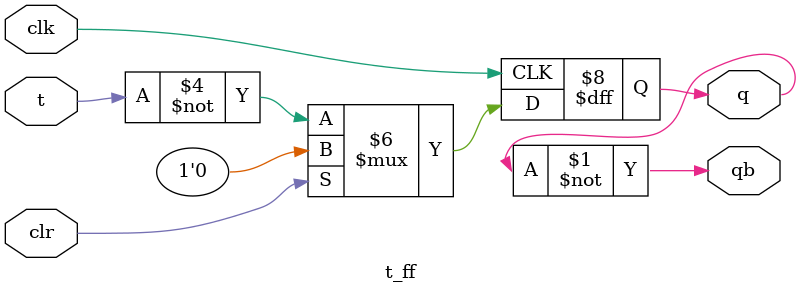
<source format=v>
`timescale 1ns / 1ps
module t_ff(clk,clr,t,q,qb);
input wire clk,clr,t;
output reg q;
output qb;
assign qb=~q;
always@(posedge clk)
begin
if (clr==1'b1)
q=1'b0;
else
q=~t;
end
endmodule
</source>
